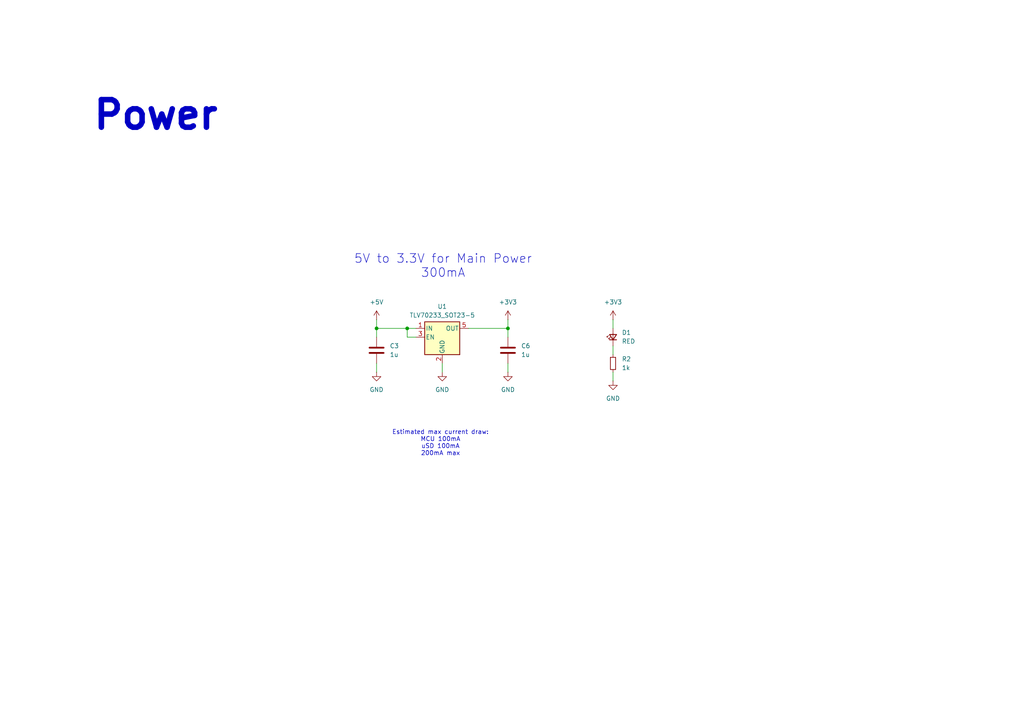
<source format=kicad_sch>
(kicad_sch
	(version 20231120)
	(generator "eeschema")
	(generator_version "8.0")
	(uuid "d77b1c28-a515-4f99-a487-6a376c522666")
	(paper "A4")
	(lib_symbols
		(symbol "Device:C"
			(pin_numbers hide)
			(pin_names
				(offset 0.254)
			)
			(exclude_from_sim no)
			(in_bom yes)
			(on_board yes)
			(property "Reference" "C"
				(at 0.635 2.54 0)
				(effects
					(font
						(size 1.27 1.27)
					)
					(justify left)
				)
			)
			(property "Value" "C"
				(at 0.635 -2.54 0)
				(effects
					(font
						(size 1.27 1.27)
					)
					(justify left)
				)
			)
			(property "Footprint" ""
				(at 0.9652 -3.81 0)
				(effects
					(font
						(size 1.27 1.27)
					)
					(hide yes)
				)
			)
			(property "Datasheet" "~"
				(at 0 0 0)
				(effects
					(font
						(size 1.27 1.27)
					)
					(hide yes)
				)
			)
			(property "Description" "Unpolarized capacitor"
				(at 0 0 0)
				(effects
					(font
						(size 1.27 1.27)
					)
					(hide yes)
				)
			)
			(property "ki_keywords" "cap capacitor"
				(at 0 0 0)
				(effects
					(font
						(size 1.27 1.27)
					)
					(hide yes)
				)
			)
			(property "ki_fp_filters" "C_*"
				(at 0 0 0)
				(effects
					(font
						(size 1.27 1.27)
					)
					(hide yes)
				)
			)
			(symbol "C_0_1"
				(polyline
					(pts
						(xy -2.032 -0.762) (xy 2.032 -0.762)
					)
					(stroke
						(width 0.508)
						(type default)
					)
					(fill
						(type none)
					)
				)
				(polyline
					(pts
						(xy -2.032 0.762) (xy 2.032 0.762)
					)
					(stroke
						(width 0.508)
						(type default)
					)
					(fill
						(type none)
					)
				)
			)
			(symbol "C_1_1"
				(pin passive line
					(at 0 3.81 270)
					(length 2.794)
					(name "~"
						(effects
							(font
								(size 1.27 1.27)
							)
						)
					)
					(number "1"
						(effects
							(font
								(size 1.27 1.27)
							)
						)
					)
				)
				(pin passive line
					(at 0 -3.81 90)
					(length 2.794)
					(name "~"
						(effects
							(font
								(size 1.27 1.27)
							)
						)
					)
					(number "2"
						(effects
							(font
								(size 1.27 1.27)
							)
						)
					)
				)
			)
		)
		(symbol "Device:LED_Small"
			(pin_numbers hide)
			(pin_names
				(offset 0.254) hide)
			(exclude_from_sim no)
			(in_bom yes)
			(on_board yes)
			(property "Reference" "D"
				(at -1.27 3.175 0)
				(effects
					(font
						(size 1.27 1.27)
					)
					(justify left)
				)
			)
			(property "Value" "LED_Small"
				(at -4.445 -2.54 0)
				(effects
					(font
						(size 1.27 1.27)
					)
					(justify left)
				)
			)
			(property "Footprint" ""
				(at 0 0 90)
				(effects
					(font
						(size 1.27 1.27)
					)
					(hide yes)
				)
			)
			(property "Datasheet" "~"
				(at 0 0 90)
				(effects
					(font
						(size 1.27 1.27)
					)
					(hide yes)
				)
			)
			(property "Description" "Light emitting diode, small symbol"
				(at 0 0 0)
				(effects
					(font
						(size 1.27 1.27)
					)
					(hide yes)
				)
			)
			(property "ki_keywords" "LED diode light-emitting-diode"
				(at 0 0 0)
				(effects
					(font
						(size 1.27 1.27)
					)
					(hide yes)
				)
			)
			(property "ki_fp_filters" "LED* LED_SMD:* LED_THT:*"
				(at 0 0 0)
				(effects
					(font
						(size 1.27 1.27)
					)
					(hide yes)
				)
			)
			(symbol "LED_Small_0_1"
				(polyline
					(pts
						(xy -0.762 -1.016) (xy -0.762 1.016)
					)
					(stroke
						(width 0.254)
						(type default)
					)
					(fill
						(type none)
					)
				)
				(polyline
					(pts
						(xy 1.016 0) (xy -0.762 0)
					)
					(stroke
						(width 0)
						(type default)
					)
					(fill
						(type none)
					)
				)
				(polyline
					(pts
						(xy 0.762 -1.016) (xy -0.762 0) (xy 0.762 1.016) (xy 0.762 -1.016)
					)
					(stroke
						(width 0.254)
						(type default)
					)
					(fill
						(type none)
					)
				)
				(polyline
					(pts
						(xy 0 0.762) (xy -0.508 1.27) (xy -0.254 1.27) (xy -0.508 1.27) (xy -0.508 1.016)
					)
					(stroke
						(width 0)
						(type default)
					)
					(fill
						(type none)
					)
				)
				(polyline
					(pts
						(xy 0.508 1.27) (xy 0 1.778) (xy 0.254 1.778) (xy 0 1.778) (xy 0 1.524)
					)
					(stroke
						(width 0)
						(type default)
					)
					(fill
						(type none)
					)
				)
			)
			(symbol "LED_Small_1_1"
				(pin passive line
					(at -2.54 0 0)
					(length 1.778)
					(name "K"
						(effects
							(font
								(size 1.27 1.27)
							)
						)
					)
					(number "1"
						(effects
							(font
								(size 1.27 1.27)
							)
						)
					)
				)
				(pin passive line
					(at 2.54 0 180)
					(length 1.778)
					(name "A"
						(effects
							(font
								(size 1.27 1.27)
							)
						)
					)
					(number "2"
						(effects
							(font
								(size 1.27 1.27)
							)
						)
					)
				)
			)
		)
		(symbol "Device:R_Small"
			(pin_numbers hide)
			(pin_names
				(offset 0.254) hide)
			(exclude_from_sim no)
			(in_bom yes)
			(on_board yes)
			(property "Reference" "R"
				(at 0.762 0.508 0)
				(effects
					(font
						(size 1.27 1.27)
					)
					(justify left)
				)
			)
			(property "Value" "R_Small"
				(at 0.762 -1.016 0)
				(effects
					(font
						(size 1.27 1.27)
					)
					(justify left)
				)
			)
			(property "Footprint" ""
				(at 0 0 0)
				(effects
					(font
						(size 1.27 1.27)
					)
					(hide yes)
				)
			)
			(property "Datasheet" "~"
				(at 0 0 0)
				(effects
					(font
						(size 1.27 1.27)
					)
					(hide yes)
				)
			)
			(property "Description" "Resistor, small symbol"
				(at 0 0 0)
				(effects
					(font
						(size 1.27 1.27)
					)
					(hide yes)
				)
			)
			(property "ki_keywords" "R resistor"
				(at 0 0 0)
				(effects
					(font
						(size 1.27 1.27)
					)
					(hide yes)
				)
			)
			(property "ki_fp_filters" "R_*"
				(at 0 0 0)
				(effects
					(font
						(size 1.27 1.27)
					)
					(hide yes)
				)
			)
			(symbol "R_Small_0_1"
				(rectangle
					(start -0.762 1.778)
					(end 0.762 -1.778)
					(stroke
						(width 0.2032)
						(type default)
					)
					(fill
						(type none)
					)
				)
			)
			(symbol "R_Small_1_1"
				(pin passive line
					(at 0 2.54 270)
					(length 0.762)
					(name "~"
						(effects
							(font
								(size 1.27 1.27)
							)
						)
					)
					(number "1"
						(effects
							(font
								(size 1.27 1.27)
							)
						)
					)
				)
				(pin passive line
					(at 0 -2.54 90)
					(length 0.762)
					(name "~"
						(effects
							(font
								(size 1.27 1.27)
							)
						)
					)
					(number "2"
						(effects
							(font
								(size 1.27 1.27)
							)
						)
					)
				)
			)
		)
		(symbol "Regulator_Linear:TLV70233_SOT23-5"
			(pin_names
				(offset 0.254)
			)
			(exclude_from_sim no)
			(in_bom yes)
			(on_board yes)
			(property "Reference" "U"
				(at -3.81 5.715 0)
				(effects
					(font
						(size 1.27 1.27)
					)
				)
			)
			(property "Value" "TLV70233_SOT23-5"
				(at 0 5.715 0)
				(effects
					(font
						(size 1.27 1.27)
					)
					(justify left)
				)
			)
			(property "Footprint" "Package_TO_SOT_SMD:SOT-23-5"
				(at 0 8.255 0)
				(effects
					(font
						(size 1.27 1.27)
						(italic yes)
					)
					(hide yes)
				)
			)
			(property "Datasheet" "http://www.ti.com/lit/ds/symlink/tlv702.pdf"
				(at 0 1.27 0)
				(effects
					(font
						(size 1.27 1.27)
					)
					(hide yes)
				)
			)
			(property "Description" "300mA Low Dropout Voltage Regulator, Fixed Output 3.3V, SOT-23-5"
				(at 0 0 0)
				(effects
					(font
						(size 1.27 1.27)
					)
					(hide yes)
				)
			)
			(property "ki_keywords" "300mA LDO Regulator Fixed Positive"
				(at 0 0 0)
				(effects
					(font
						(size 1.27 1.27)
					)
					(hide yes)
				)
			)
			(property "ki_fp_filters" "SOT?23*"
				(at 0 0 0)
				(effects
					(font
						(size 1.27 1.27)
					)
					(hide yes)
				)
			)
			(symbol "TLV70233_SOT23-5_0_1"
				(rectangle
					(start -5.08 4.445)
					(end 5.08 -5.08)
					(stroke
						(width 0.254)
						(type default)
					)
					(fill
						(type background)
					)
				)
			)
			(symbol "TLV70233_SOT23-5_1_1"
				(pin power_in line
					(at -7.62 2.54 0)
					(length 2.54)
					(name "IN"
						(effects
							(font
								(size 1.27 1.27)
							)
						)
					)
					(number "1"
						(effects
							(font
								(size 1.27 1.27)
							)
						)
					)
				)
				(pin power_in line
					(at 0 -7.62 90)
					(length 2.54)
					(name "GND"
						(effects
							(font
								(size 1.27 1.27)
							)
						)
					)
					(number "2"
						(effects
							(font
								(size 1.27 1.27)
							)
						)
					)
				)
				(pin input line
					(at -7.62 0 0)
					(length 2.54)
					(name "EN"
						(effects
							(font
								(size 1.27 1.27)
							)
						)
					)
					(number "3"
						(effects
							(font
								(size 1.27 1.27)
							)
						)
					)
				)
				(pin no_connect line
					(at 5.08 0 180)
					(length 2.54) hide
					(name "NC"
						(effects
							(font
								(size 1.27 1.27)
							)
						)
					)
					(number "4"
						(effects
							(font
								(size 1.27 1.27)
							)
						)
					)
				)
				(pin power_out line
					(at 7.62 2.54 180)
					(length 2.54)
					(name "OUT"
						(effects
							(font
								(size 1.27 1.27)
							)
						)
					)
					(number "5"
						(effects
							(font
								(size 1.27 1.27)
							)
						)
					)
				)
			)
		)
		(symbol "power:+3V3"
			(power)
			(pin_numbers hide)
			(pin_names
				(offset 0) hide)
			(exclude_from_sim no)
			(in_bom yes)
			(on_board yes)
			(property "Reference" "#PWR"
				(at 0 -3.81 0)
				(effects
					(font
						(size 1.27 1.27)
					)
					(hide yes)
				)
			)
			(property "Value" "+3V3"
				(at 0 3.556 0)
				(effects
					(font
						(size 1.27 1.27)
					)
				)
			)
			(property "Footprint" ""
				(at 0 0 0)
				(effects
					(font
						(size 1.27 1.27)
					)
					(hide yes)
				)
			)
			(property "Datasheet" ""
				(at 0 0 0)
				(effects
					(font
						(size 1.27 1.27)
					)
					(hide yes)
				)
			)
			(property "Description" "Power symbol creates a global label with name \"+3V3\""
				(at 0 0 0)
				(effects
					(font
						(size 1.27 1.27)
					)
					(hide yes)
				)
			)
			(property "ki_keywords" "global power"
				(at 0 0 0)
				(effects
					(font
						(size 1.27 1.27)
					)
					(hide yes)
				)
			)
			(symbol "+3V3_0_1"
				(polyline
					(pts
						(xy -0.762 1.27) (xy 0 2.54)
					)
					(stroke
						(width 0)
						(type default)
					)
					(fill
						(type none)
					)
				)
				(polyline
					(pts
						(xy 0 0) (xy 0 2.54)
					)
					(stroke
						(width 0)
						(type default)
					)
					(fill
						(type none)
					)
				)
				(polyline
					(pts
						(xy 0 2.54) (xy 0.762 1.27)
					)
					(stroke
						(width 0)
						(type default)
					)
					(fill
						(type none)
					)
				)
			)
			(symbol "+3V3_1_1"
				(pin power_in line
					(at 0 0 90)
					(length 0)
					(name "~"
						(effects
							(font
								(size 1.27 1.27)
							)
						)
					)
					(number "1"
						(effects
							(font
								(size 1.27 1.27)
							)
						)
					)
				)
			)
		)
		(symbol "power:+5V"
			(power)
			(pin_numbers hide)
			(pin_names
				(offset 0) hide)
			(exclude_from_sim no)
			(in_bom yes)
			(on_board yes)
			(property "Reference" "#PWR"
				(at 0 -3.81 0)
				(effects
					(font
						(size 1.27 1.27)
					)
					(hide yes)
				)
			)
			(property "Value" "+5V"
				(at 0 3.556 0)
				(effects
					(font
						(size 1.27 1.27)
					)
				)
			)
			(property "Footprint" ""
				(at 0 0 0)
				(effects
					(font
						(size 1.27 1.27)
					)
					(hide yes)
				)
			)
			(property "Datasheet" ""
				(at 0 0 0)
				(effects
					(font
						(size 1.27 1.27)
					)
					(hide yes)
				)
			)
			(property "Description" "Power symbol creates a global label with name \"+5V\""
				(at 0 0 0)
				(effects
					(font
						(size 1.27 1.27)
					)
					(hide yes)
				)
			)
			(property "ki_keywords" "global power"
				(at 0 0 0)
				(effects
					(font
						(size 1.27 1.27)
					)
					(hide yes)
				)
			)
			(symbol "+5V_0_1"
				(polyline
					(pts
						(xy -0.762 1.27) (xy 0 2.54)
					)
					(stroke
						(width 0)
						(type default)
					)
					(fill
						(type none)
					)
				)
				(polyline
					(pts
						(xy 0 0) (xy 0 2.54)
					)
					(stroke
						(width 0)
						(type default)
					)
					(fill
						(type none)
					)
				)
				(polyline
					(pts
						(xy 0 2.54) (xy 0.762 1.27)
					)
					(stroke
						(width 0)
						(type default)
					)
					(fill
						(type none)
					)
				)
			)
			(symbol "+5V_1_1"
				(pin power_in line
					(at 0 0 90)
					(length 0)
					(name "~"
						(effects
							(font
								(size 1.27 1.27)
							)
						)
					)
					(number "1"
						(effects
							(font
								(size 1.27 1.27)
							)
						)
					)
				)
			)
		)
		(symbol "power:GND"
			(power)
			(pin_numbers hide)
			(pin_names
				(offset 0) hide)
			(exclude_from_sim no)
			(in_bom yes)
			(on_board yes)
			(property "Reference" "#PWR"
				(at 0 -6.35 0)
				(effects
					(font
						(size 1.27 1.27)
					)
					(hide yes)
				)
			)
			(property "Value" "GND"
				(at 0 -3.81 0)
				(effects
					(font
						(size 1.27 1.27)
					)
				)
			)
			(property "Footprint" ""
				(at 0 0 0)
				(effects
					(font
						(size 1.27 1.27)
					)
					(hide yes)
				)
			)
			(property "Datasheet" ""
				(at 0 0 0)
				(effects
					(font
						(size 1.27 1.27)
					)
					(hide yes)
				)
			)
			(property "Description" "Power symbol creates a global label with name \"GND\" , ground"
				(at 0 0 0)
				(effects
					(font
						(size 1.27 1.27)
					)
					(hide yes)
				)
			)
			(property "ki_keywords" "global power"
				(at 0 0 0)
				(effects
					(font
						(size 1.27 1.27)
					)
					(hide yes)
				)
			)
			(symbol "GND_0_1"
				(polyline
					(pts
						(xy 0 0) (xy 0 -1.27) (xy 1.27 -1.27) (xy 0 -2.54) (xy -1.27 -1.27) (xy 0 -1.27)
					)
					(stroke
						(width 0)
						(type default)
					)
					(fill
						(type none)
					)
				)
			)
			(symbol "GND_1_1"
				(pin power_in line
					(at 0 0 270)
					(length 0)
					(name "~"
						(effects
							(font
								(size 1.27 1.27)
							)
						)
					)
					(number "1"
						(effects
							(font
								(size 1.27 1.27)
							)
						)
					)
				)
			)
		)
	)
	(junction
		(at 118.11 95.25)
		(diameter 0)
		(color 0 0 0 0)
		(uuid "2c09048a-9dbf-4505-bcc7-e0fe0cf372c6")
	)
	(junction
		(at 109.22 95.25)
		(diameter 0)
		(color 0 0 0 0)
		(uuid "4e095604-2fae-4810-94be-1ef1d1530c1a")
	)
	(junction
		(at 147.32 95.25)
		(diameter 0)
		(color 0 0 0 0)
		(uuid "d536f390-712a-4ab8-9992-05de8fd6a7dc")
	)
	(wire
		(pts
			(xy 128.27 107.95) (xy 128.27 105.41)
		)
		(stroke
			(width 0)
			(type default)
		)
		(uuid "07aee42d-fbed-487b-86bc-fdc78085c519")
	)
	(wire
		(pts
			(xy 109.22 95.25) (xy 118.11 95.25)
		)
		(stroke
			(width 0)
			(type default)
		)
		(uuid "08a96326-6e16-40b3-806f-4c28424ea2f9")
	)
	(wire
		(pts
			(xy 147.32 92.71) (xy 147.32 95.25)
		)
		(stroke
			(width 0)
			(type default)
		)
		(uuid "0e7b6ad2-c006-45d2-8b9e-571253708635")
	)
	(wire
		(pts
			(xy 147.32 95.25) (xy 147.32 97.79)
		)
		(stroke
			(width 0)
			(type default)
		)
		(uuid "1ce1bc11-a7a1-4b3d-8551-434b2866ea77")
	)
	(wire
		(pts
			(xy 120.65 97.79) (xy 118.11 97.79)
		)
		(stroke
			(width 0)
			(type default)
		)
		(uuid "25acb983-86f5-47d7-a7ac-0230a0f04744")
	)
	(wire
		(pts
			(xy 135.89 95.25) (xy 147.32 95.25)
		)
		(stroke
			(width 0)
			(type default)
		)
		(uuid "29f5d8ea-bc5e-4062-9b8a-89ed5ef67736")
	)
	(wire
		(pts
			(xy 147.32 105.41) (xy 147.32 107.95)
		)
		(stroke
			(width 0)
			(type default)
		)
		(uuid "2c391e76-ae72-4b38-9c44-fbf8c616012f")
	)
	(wire
		(pts
			(xy 177.8 100.33) (xy 177.8 102.87)
		)
		(stroke
			(width 0)
			(type default)
		)
		(uuid "31543e22-e88f-41be-acba-27af9403717d")
	)
	(wire
		(pts
			(xy 177.8 92.71) (xy 177.8 95.25)
		)
		(stroke
			(width 0)
			(type default)
		)
		(uuid "39eea07c-5c2d-41bd-a423-4a8515aa84c5")
	)
	(wire
		(pts
			(xy 109.22 92.71) (xy 109.22 95.25)
		)
		(stroke
			(width 0)
			(type default)
		)
		(uuid "51ce1dc5-2dc8-49a2-bb2e-76af12810b97")
	)
	(wire
		(pts
			(xy 109.22 97.79) (xy 109.22 95.25)
		)
		(stroke
			(width 0)
			(type default)
		)
		(uuid "619c3a87-0ec6-4ab2-af66-f1ba6ed67cf2")
	)
	(wire
		(pts
			(xy 118.11 97.79) (xy 118.11 95.25)
		)
		(stroke
			(width 0)
			(type default)
		)
		(uuid "753b6300-caf3-4203-8abe-7dc79e816c72")
	)
	(wire
		(pts
			(xy 118.11 95.25) (xy 120.65 95.25)
		)
		(stroke
			(width 0)
			(type default)
		)
		(uuid "76777d59-6253-4fcf-8895-c232ad90fb9b")
	)
	(wire
		(pts
			(xy 109.22 105.41) (xy 109.22 107.95)
		)
		(stroke
			(width 0)
			(type default)
		)
		(uuid "bad306c8-500a-49cd-9f92-bb59b285456b")
	)
	(wire
		(pts
			(xy 177.8 110.49) (xy 177.8 107.95)
		)
		(stroke
			(width 0)
			(type default)
		)
		(uuid "bc3346c3-c44d-4819-86fc-47c296772003")
	)
	(text "5V to 3.3V for Main Power\n300mA"
		(exclude_from_sim no)
		(at 128.524 77.216 0)
		(effects
			(font
				(size 2.54 2.54)
			)
		)
		(uuid "0bfe98f6-63a9-4abe-a00b-65ce306422f6")
	)
	(text "Estimated max current draw:\nMCU 100mA\nuSD 100mA\n200mA max"
		(exclude_from_sim no)
		(at 127.762 128.524 0)
		(effects
			(font
				(size 1.27 1.27)
			)
		)
		(uuid "36b68897-0ffe-4e2c-aedb-93968d1a0143")
	)
	(text "Power"
		(exclude_from_sim no)
		(at 45.212 33.528 0)
		(effects
			(font
				(size 8 8)
				(thickness 1.6)
				(bold yes)
			)
		)
		(uuid "70b547c2-e8f2-4cb6-aa9c-caff73e084a1")
	)
	(symbol
		(lib_id "power:GND")
		(at 109.22 107.95 0)
		(unit 1)
		(exclude_from_sim no)
		(in_bom yes)
		(on_board yes)
		(dnp no)
		(fields_autoplaced yes)
		(uuid "03abe7c2-cbb2-4c49-9d96-7f4cb4e8c269")
		(property "Reference" "#PWR06"
			(at 109.22 114.3 0)
			(effects
				(font
					(size 1.27 1.27)
				)
				(hide yes)
			)
		)
		(property "Value" "GND"
			(at 109.22 113.03 0)
			(effects
				(font
					(size 1.27 1.27)
				)
			)
		)
		(property "Footprint" ""
			(at 109.22 107.95 0)
			(effects
				(font
					(size 1.27 1.27)
				)
				(hide yes)
			)
		)
		(property "Datasheet" ""
			(at 109.22 107.95 0)
			(effects
				(font
					(size 1.27 1.27)
				)
				(hide yes)
			)
		)
		(property "Description" "Power symbol creates a global label with name \"GND\" , ground"
			(at 109.22 107.95 0)
			(effects
				(font
					(size 1.27 1.27)
				)
				(hide yes)
			)
		)
		(pin "1"
			(uuid "dc3646cc-5bb8-4744-b117-74529eec52f6")
		)
		(instances
			(project "MainBoard"
				(path "/b45d5e52-dc5f-48cf-9721-eea6ab85931d/501b7151-c472-4754-ac1f-d62c724c8a68"
					(reference "#PWR06")
					(unit 1)
				)
			)
		)
	)
	(symbol
		(lib_id "power:GND")
		(at 177.8 110.49 0)
		(unit 1)
		(exclude_from_sim no)
		(in_bom yes)
		(on_board yes)
		(dnp no)
		(fields_autoplaced yes)
		(uuid "06b27c8f-6481-4599-b620-cfec587cef37")
		(property "Reference" "#PWR011"
			(at 177.8 116.84 0)
			(effects
				(font
					(size 1.27 1.27)
				)
				(hide yes)
			)
		)
		(property "Value" "GND"
			(at 177.8 115.57 0)
			(effects
				(font
					(size 1.27 1.27)
				)
			)
		)
		(property "Footprint" ""
			(at 177.8 110.49 0)
			(effects
				(font
					(size 1.27 1.27)
				)
				(hide yes)
			)
		)
		(property "Datasheet" ""
			(at 177.8 110.49 0)
			(effects
				(font
					(size 1.27 1.27)
				)
				(hide yes)
			)
		)
		(property "Description" "Power symbol creates a global label with name \"GND\" , ground"
			(at 177.8 110.49 0)
			(effects
				(font
					(size 1.27 1.27)
				)
				(hide yes)
			)
		)
		(pin "1"
			(uuid "d2ed4e56-4b0e-4800-9deb-87e69bd71ab7")
		)
		(instances
			(project "MainBoard"
				(path "/b45d5e52-dc5f-48cf-9721-eea6ab85931d/501b7151-c472-4754-ac1f-d62c724c8a68"
					(reference "#PWR011")
					(unit 1)
				)
			)
		)
	)
	(symbol
		(lib_id "power:GND")
		(at 128.27 107.95 0)
		(unit 1)
		(exclude_from_sim no)
		(in_bom yes)
		(on_board yes)
		(dnp no)
		(fields_autoplaced yes)
		(uuid "2be07e5e-8c0e-4c6d-8997-88cf1b1a6c8d")
		(property "Reference" "#PWR07"
			(at 128.27 114.3 0)
			(effects
				(font
					(size 1.27 1.27)
				)
				(hide yes)
			)
		)
		(property "Value" "GND"
			(at 128.27 113.03 0)
			(effects
				(font
					(size 1.27 1.27)
				)
			)
		)
		(property "Footprint" ""
			(at 128.27 107.95 0)
			(effects
				(font
					(size 1.27 1.27)
				)
				(hide yes)
			)
		)
		(property "Datasheet" ""
			(at 128.27 107.95 0)
			(effects
				(font
					(size 1.27 1.27)
				)
				(hide yes)
			)
		)
		(property "Description" "Power symbol creates a global label with name \"GND\" , ground"
			(at 128.27 107.95 0)
			(effects
				(font
					(size 1.27 1.27)
				)
				(hide yes)
			)
		)
		(pin "1"
			(uuid "e0b31d4b-0725-4059-93c8-4667e153c278")
		)
		(instances
			(project "MainBoard"
				(path "/b45d5e52-dc5f-48cf-9721-eea6ab85931d/501b7151-c472-4754-ac1f-d62c724c8a68"
					(reference "#PWR07")
					(unit 1)
				)
			)
		)
	)
	(symbol
		(lib_id "Regulator_Linear:TLV70233_SOT23-5")
		(at 128.27 97.79 0)
		(unit 1)
		(exclude_from_sim no)
		(in_bom yes)
		(on_board yes)
		(dnp no)
		(fields_autoplaced yes)
		(uuid "47ac644f-c595-4478-a576-2af5670b6bc8")
		(property "Reference" "U1"
			(at 128.27 88.9 0)
			(effects
				(font
					(size 1.27 1.27)
				)
			)
		)
		(property "Value" "TLV70233_SOT23-5"
			(at 128.27 91.44 0)
			(effects
				(font
					(size 1.27 1.27)
				)
			)
		)
		(property "Footprint" "Package_TO_SOT_SMD:SOT-23-5"
			(at 128.27 89.535 0)
			(effects
				(font
					(size 1.27 1.27)
					(italic yes)
				)
				(hide yes)
			)
		)
		(property "Datasheet" "http://www.ti.com/lit/ds/symlink/tlv702.pdf"
			(at 128.27 96.52 0)
			(effects
				(font
					(size 1.27 1.27)
				)
				(hide yes)
			)
		)
		(property "Description" "300mA Low Dropout Voltage Regulator, Fixed Output 3.3V, SOT-23-5"
			(at 128.27 97.79 0)
			(effects
				(font
					(size 1.27 1.27)
				)
				(hide yes)
			)
		)
		(property "LCSC Part #" "C26833"
			(at 128.27 97.79 0)
			(effects
				(font
					(size 1.27 1.27)
				)
				(hide yes)
			)
		)
		(pin "4"
			(uuid "cf6645df-2170-4169-9d80-09901580c8d2")
		)
		(pin "2"
			(uuid "52d85f26-3e1e-441f-bd03-52549db62726")
		)
		(pin "1"
			(uuid "a24214fb-e2d8-4861-99f7-62f33245272b")
		)
		(pin "5"
			(uuid "d83e56cd-001c-489a-a131-e188bf64a569")
		)
		(pin "3"
			(uuid "f81fba19-c46b-48de-90d2-84e5a1527573")
		)
		(instances
			(project "MainBoard"
				(path "/b45d5e52-dc5f-48cf-9721-eea6ab85931d/501b7151-c472-4754-ac1f-d62c724c8a68"
					(reference "U1")
					(unit 1)
				)
			)
		)
	)
	(symbol
		(lib_id "power:+3V3")
		(at 147.32 92.71 0)
		(unit 1)
		(exclude_from_sim no)
		(in_bom yes)
		(on_board yes)
		(dnp no)
		(fields_autoplaced yes)
		(uuid "5d97af30-062d-42e6-a1e7-a9dcb7ccc4ad")
		(property "Reference" "#PWR09"
			(at 147.32 96.52 0)
			(effects
				(font
					(size 1.27 1.27)
				)
				(hide yes)
			)
		)
		(property "Value" "+3V3"
			(at 147.32 87.63 0)
			(effects
				(font
					(size 1.27 1.27)
				)
			)
		)
		(property "Footprint" ""
			(at 147.32 92.71 0)
			(effects
				(font
					(size 1.27 1.27)
				)
				(hide yes)
			)
		)
		(property "Datasheet" ""
			(at 147.32 92.71 0)
			(effects
				(font
					(size 1.27 1.27)
				)
				(hide yes)
			)
		)
		(property "Description" "Power symbol creates a global label with name \"+3V3\""
			(at 147.32 92.71 0)
			(effects
				(font
					(size 1.27 1.27)
				)
				(hide yes)
			)
		)
		(pin "1"
			(uuid "2943eb43-c661-4725-b028-c3b9491e2c80")
		)
		(instances
			(project "MainBoard"
				(path "/b45d5e52-dc5f-48cf-9721-eea6ab85931d/501b7151-c472-4754-ac1f-d62c724c8a68"
					(reference "#PWR09")
					(unit 1)
				)
			)
		)
	)
	(symbol
		(lib_id "Device:C")
		(at 109.22 101.6 0)
		(unit 1)
		(exclude_from_sim no)
		(in_bom yes)
		(on_board yes)
		(dnp no)
		(fields_autoplaced yes)
		(uuid "8f291e9f-47c5-4241-b369-9a3ac58cdb2d")
		(property "Reference" "C3"
			(at 113.03 100.3299 0)
			(effects
				(font
					(size 1.27 1.27)
				)
				(justify left)
			)
		)
		(property "Value" "1u"
			(at 113.03 102.8699 0)
			(effects
				(font
					(size 1.27 1.27)
				)
				(justify left)
			)
		)
		(property "Footprint" "Capacitor_SMD:C_0402_1005Metric_Pad0.74x0.62mm_HandSolder"
			(at 110.1852 105.41 0)
			(effects
				(font
					(size 1.27 1.27)
				)
				(hide yes)
			)
		)
		(property "Datasheet" "~"
			(at 109.22 101.6 0)
			(effects
				(font
					(size 1.27 1.27)
				)
				(hide yes)
			)
		)
		(property "Description" "Unpolarized capacitor"
			(at 109.22 101.6 0)
			(effects
				(font
					(size 1.27 1.27)
				)
				(hide yes)
			)
		)
		(property "LCSC Part #" "N/A (C52923)"
			(at 109.22 101.6 0)
			(effects
				(font
					(size 1.27 1.27)
				)
				(hide yes)
			)
		)
		(pin "1"
			(uuid "ae347e62-d54c-49a1-91f1-033be43d94be")
		)
		(pin "2"
			(uuid "9b68975d-9cf5-43d6-ba23-913382d96782")
		)
		(instances
			(project "MainBoard"
				(path "/b45d5e52-dc5f-48cf-9721-eea6ab85931d/501b7151-c472-4754-ac1f-d62c724c8a68"
					(reference "C3")
					(unit 1)
				)
			)
		)
	)
	(symbol
		(lib_id "Device:R_Small")
		(at 177.8 105.41 0)
		(unit 1)
		(exclude_from_sim no)
		(in_bom yes)
		(on_board yes)
		(dnp no)
		(fields_autoplaced yes)
		(uuid "9eeee71a-6878-4106-93f6-3db911a49a10")
		(property "Reference" "R2"
			(at 180.34 104.14 0)
			(effects
				(font
					(size 1.27 1.27)
				)
				(justify left)
			)
		)
		(property "Value" "1k"
			(at 180.34 106.68 0)
			(effects
				(font
					(size 1.27 1.27)
				)
				(justify left)
			)
		)
		(property "Footprint" "Resistor_SMD:R_0402_1005Metric_Pad0.72x0.64mm_HandSolder"
			(at 177.8 105.41 0)
			(effects
				(font
					(size 1.27 1.27)
				)
				(hide yes)
			)
		)
		(property "Datasheet" "~"
			(at 177.8 105.41 0)
			(effects
				(font
					(size 1.27 1.27)
				)
				(hide yes)
			)
		)
		(property "Description" ""
			(at 177.8 105.41 0)
			(effects
				(font
					(size 1.27 1.27)
				)
				(hide yes)
			)
		)
		(property "LCSC Part #" "N/A (C11702)"
			(at 177.8 105.41 0)
			(effects
				(font
					(size 1.27 1.27)
				)
				(hide yes)
			)
		)
		(pin "1"
			(uuid "8d0651ba-69cf-4f1b-9292-3a95c2fff877")
		)
		(pin "2"
			(uuid "c7fa6ec6-6131-4393-a13d-da6f981181bc")
		)
		(instances
			(project "MainBoard"
				(path "/b45d5e52-dc5f-48cf-9721-eea6ab85931d/501b7151-c472-4754-ac1f-d62c724c8a68"
					(reference "R2")
					(unit 1)
				)
			)
		)
	)
	(symbol
		(lib_id "Device:LED_Small")
		(at 177.8 97.79 90)
		(unit 1)
		(exclude_from_sim no)
		(in_bom yes)
		(on_board yes)
		(dnp no)
		(fields_autoplaced yes)
		(uuid "a37261b4-ee4f-460d-975e-9ce79901e634")
		(property "Reference" "D1"
			(at 180.34 96.4564 90)
			(effects
				(font
					(size 1.27 1.27)
				)
				(justify right)
			)
		)
		(property "Value" "RED"
			(at 180.34 98.9964 90)
			(effects
				(font
					(size 1.27 1.27)
				)
				(justify right)
			)
		)
		(property "Footprint" "LED_SMD:LED_0402_1005Metric_Pad0.77x0.64mm_HandSolder"
			(at 177.8 97.79 90)
			(effects
				(font
					(size 1.27 1.27)
				)
				(hide yes)
			)
		)
		(property "Datasheet" "~"
			(at 177.8 97.79 90)
			(effects
				(font
					(size 1.27 1.27)
				)
				(hide yes)
			)
		)
		(property "Description" ""
			(at 177.8 97.79 0)
			(effects
				(font
					(size 1.27 1.27)
				)
				(hide yes)
			)
		)
		(property "LCSC Part #" "N/A (C130719)"
			(at 177.8 97.79 0)
			(effects
				(font
					(size 1.27 1.27)
				)
				(hide yes)
			)
		)
		(pin "1"
			(uuid "b7626477-09e4-4fff-9bf1-0c48175ee78b")
		)
		(pin "2"
			(uuid "42f3dfbf-c28f-4b27-8f8b-2677eda1f2c8")
		)
		(instances
			(project "MainBoard"
				(path "/b45d5e52-dc5f-48cf-9721-eea6ab85931d/501b7151-c472-4754-ac1f-d62c724c8a68"
					(reference "D1")
					(unit 1)
				)
			)
		)
	)
	(symbol
		(lib_id "power:+3V3")
		(at 177.8 92.71 0)
		(unit 1)
		(exclude_from_sim no)
		(in_bom yes)
		(on_board yes)
		(dnp no)
		(fields_autoplaced yes)
		(uuid "b15accc9-8ddb-4298-ae61-ba346fb457b3")
		(property "Reference" "#PWR012"
			(at 177.8 96.52 0)
			(effects
				(font
					(size 1.27 1.27)
				)
				(hide yes)
			)
		)
		(property "Value" "+3V3"
			(at 177.8 87.63 0)
			(effects
				(font
					(size 1.27 1.27)
				)
			)
		)
		(property "Footprint" ""
			(at 177.8 92.71 0)
			(effects
				(font
					(size 1.27 1.27)
				)
				(hide yes)
			)
		)
		(property "Datasheet" ""
			(at 177.8 92.71 0)
			(effects
				(font
					(size 1.27 1.27)
				)
				(hide yes)
			)
		)
		(property "Description" "Power symbol creates a global label with name \"+3V3\""
			(at 177.8 92.71 0)
			(effects
				(font
					(size 1.27 1.27)
				)
				(hide yes)
			)
		)
		(pin "1"
			(uuid "ecfc8fbb-abb9-4c81-a002-ea9607280073")
		)
		(instances
			(project "MainBoard"
				(path "/b45d5e52-dc5f-48cf-9721-eea6ab85931d/501b7151-c472-4754-ac1f-d62c724c8a68"
					(reference "#PWR012")
					(unit 1)
				)
			)
		)
	)
	(symbol
		(lib_id "Device:C")
		(at 147.32 101.6 0)
		(unit 1)
		(exclude_from_sim no)
		(in_bom yes)
		(on_board yes)
		(dnp no)
		(fields_autoplaced yes)
		(uuid "cf040e47-dd29-43db-979d-f19bfebddc94")
		(property "Reference" "C6"
			(at 151.13 100.3299 0)
			(effects
				(font
					(size 1.27 1.27)
				)
				(justify left)
			)
		)
		(property "Value" "1u"
			(at 151.13 102.8699 0)
			(effects
				(font
					(size 1.27 1.27)
				)
				(justify left)
			)
		)
		(property "Footprint" "Capacitor_SMD:C_0402_1005Metric_Pad0.74x0.62mm_HandSolder"
			(at 148.2852 105.41 0)
			(effects
				(font
					(size 1.27 1.27)
				)
				(hide yes)
			)
		)
		(property "Datasheet" "~"
			(at 147.32 101.6 0)
			(effects
				(font
					(size 1.27 1.27)
				)
				(hide yes)
			)
		)
		(property "Description" "Unpolarized capacitor"
			(at 147.32 101.6 0)
			(effects
				(font
					(size 1.27 1.27)
				)
				(hide yes)
			)
		)
		(property "LCSC Part #" "N/A (C52923)"
			(at 147.32 101.6 0)
			(effects
				(font
					(size 1.27 1.27)
				)
				(hide yes)
			)
		)
		(pin "1"
			(uuid "e81494fe-1a0e-4564-98bf-6e60ed0af622")
		)
		(pin "2"
			(uuid "59eb9b39-53df-4d8a-9afa-985f7d1fc0f9")
		)
		(instances
			(project "MainBoard"
				(path "/b45d5e52-dc5f-48cf-9721-eea6ab85931d/501b7151-c472-4754-ac1f-d62c724c8a68"
					(reference "C6")
					(unit 1)
				)
			)
		)
	)
	(symbol
		(lib_id "power:GND")
		(at 147.32 107.95 0)
		(unit 1)
		(exclude_from_sim no)
		(in_bom yes)
		(on_board yes)
		(dnp no)
		(fields_autoplaced yes)
		(uuid "d3963108-a917-4d64-b4af-35c7819355ea")
		(property "Reference" "#PWR010"
			(at 147.32 114.3 0)
			(effects
				(font
					(size 1.27 1.27)
				)
				(hide yes)
			)
		)
		(property "Value" "GND"
			(at 147.32 113.03 0)
			(effects
				(font
					(size 1.27 1.27)
				)
			)
		)
		(property "Footprint" ""
			(at 147.32 107.95 0)
			(effects
				(font
					(size 1.27 1.27)
				)
				(hide yes)
			)
		)
		(property "Datasheet" ""
			(at 147.32 107.95 0)
			(effects
				(font
					(size 1.27 1.27)
				)
				(hide yes)
			)
		)
		(property "Description" "Power symbol creates a global label with name \"GND\" , ground"
			(at 147.32 107.95 0)
			(effects
				(font
					(size 1.27 1.27)
				)
				(hide yes)
			)
		)
		(pin "1"
			(uuid "060994d4-8260-48a0-9db4-8dd8a6cf5ec4")
		)
		(instances
			(project "MainBoard"
				(path "/b45d5e52-dc5f-48cf-9721-eea6ab85931d/501b7151-c472-4754-ac1f-d62c724c8a68"
					(reference "#PWR010")
					(unit 1)
				)
			)
		)
	)
	(symbol
		(lib_id "power:+5V")
		(at 109.22 92.71 0)
		(unit 1)
		(exclude_from_sim no)
		(in_bom yes)
		(on_board yes)
		(dnp no)
		(fields_autoplaced yes)
		(uuid "e6b35fb3-1e41-4fa8-8b9b-2923e69ae6a0")
		(property "Reference" "#PWR05"
			(at 109.22 96.52 0)
			(effects
				(font
					(size 1.27 1.27)
				)
				(hide yes)
			)
		)
		(property "Value" "+5V"
			(at 109.22 87.63 0)
			(effects
				(font
					(size 1.27 1.27)
				)
			)
		)
		(property "Footprint" ""
			(at 109.22 92.71 0)
			(effects
				(font
					(size 1.27 1.27)
				)
				(hide yes)
			)
		)
		(property "Datasheet" ""
			(at 109.22 92.71 0)
			(effects
				(font
					(size 1.27 1.27)
				)
				(hide yes)
			)
		)
		(property "Description" "Power symbol creates a global label with name \"+5V\""
			(at 109.22 92.71 0)
			(effects
				(font
					(size 1.27 1.27)
				)
				(hide yes)
			)
		)
		(pin "1"
			(uuid "afbde269-2c78-442d-b260-d182c8bda536")
		)
		(instances
			(project "MainBoard"
				(path "/b45d5e52-dc5f-48cf-9721-eea6ab85931d/501b7151-c472-4754-ac1f-d62c724c8a68"
					(reference "#PWR05")
					(unit 1)
				)
			)
		)
	)
)
</source>
